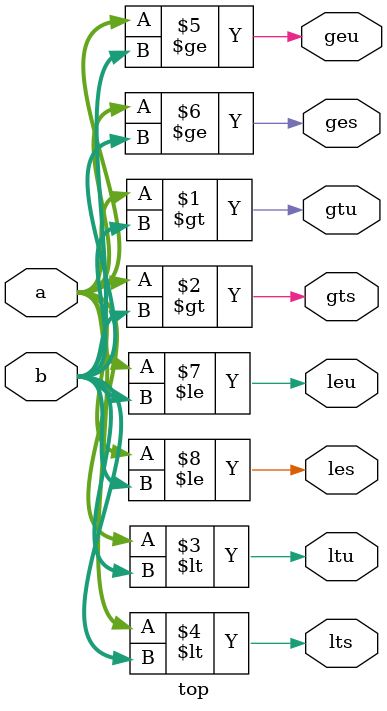
<source format=v>
module top(input [12:0] a, b, output gtu, gts, ltu, lts, geu, ges, leu, les);
assign gtu = a > b;
assign gts = $signed(a) > $signed(b);
assign ltu = a < b;
assign lts = $signed(a) < $signed(b);
assign geu = a >= b;
assign ges = $signed(a) >= $signed(b);
assign leu = a <= b;
assign les = $signed(a) <= $signed(b);
endmodule

</source>
